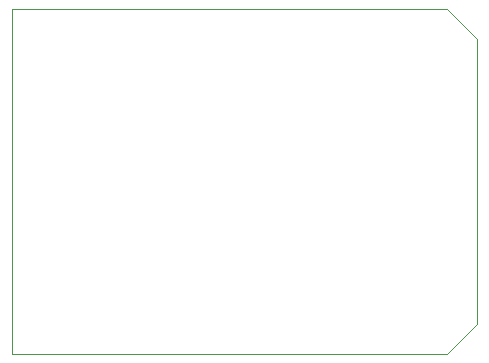
<source format=gbr>
%TF.GenerationSoftware,KiCad,Pcbnew,(5.1.6)-1*%
%TF.CreationDate,2020-12-09T18:00:23+01:00*%
%TF.ProjectId,W__cznik _wiat_a,57420563-7a6e-4696-9b20-5b7769617442,1*%
%TF.SameCoordinates,Original*%
%TF.FileFunction,Profile,NP*%
%FSLAX46Y46*%
G04 Gerber Fmt 4.6, Leading zero omitted, Abs format (unit mm)*
G04 Created by KiCad (PCBNEW (5.1.6)-1) date 2020-12-09 18:00:23*
%MOMM*%
%LPD*%
G01*
G04 APERTURE LIST*
%TA.AperFunction,Profile*%
%ADD10C,0.050000*%
%TD*%
G04 APERTURE END LIST*
D10*
X74422000Y-48006000D02*
X74422000Y-23876000D01*
X71882000Y-21336000D02*
X74422000Y-23876000D01*
X71882000Y-50546000D02*
X74422000Y-48006000D01*
X35052000Y-50546000D02*
X35052000Y-21336000D01*
X71882000Y-50546000D02*
X35052000Y-50546000D01*
X35052000Y-21336000D02*
X71882000Y-21336000D01*
M02*

</source>
